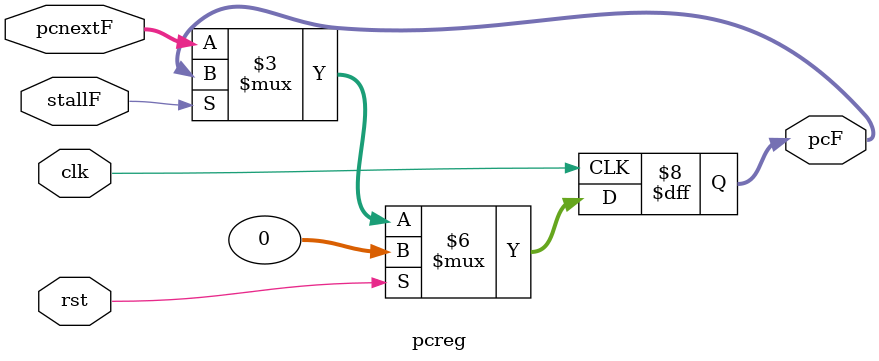
<source format=sv>
module pcreg #(parameter W = 32)(
    input logic clk,
    input logic rst,
    input logic stallF,
    input logic [W-1: 0] pcnextF,

    output logic [W-1: 0] pcF
);

always_ff@(posedge clk)
    if (rst) pcF <= {W{1'b0}};
    else if (stallF == 0) begin
        pcF <= pcnextF;
    end

endmodule

</source>
